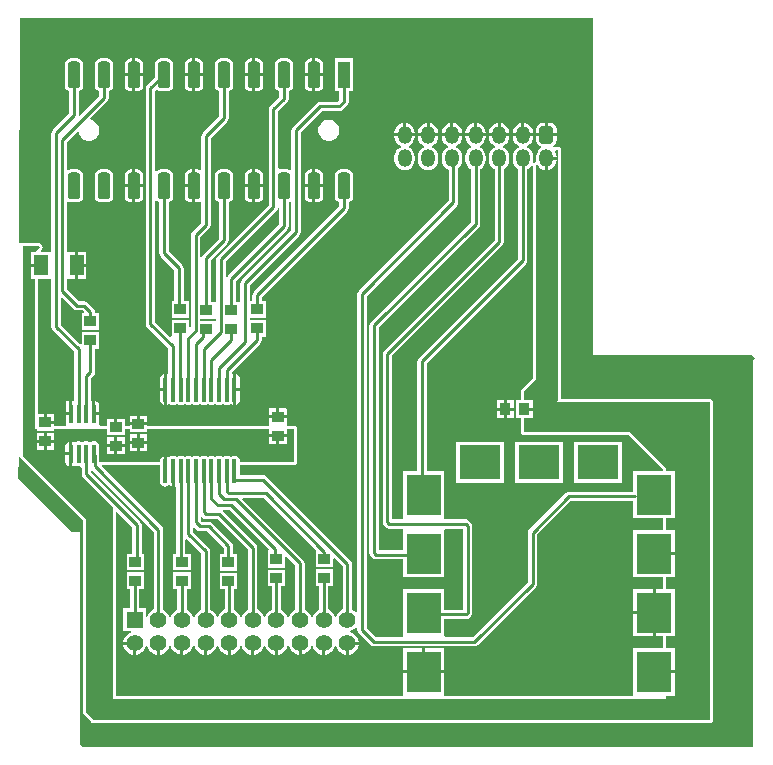
<source format=gbr>
%TF.GenerationSoftware,Altium Limited,Altium Designer,23.5.1 (21)*%
G04 Layer_Physical_Order=2*
G04 Layer_Color=16711680*
%FSLAX45Y45*%
%MOMM*%
%TF.SameCoordinates,246B43F8-C8EE-452E-B3C0-F8779A116AF4*%
%TF.FilePolarity,Positive*%
%TF.FileFunction,Copper,L2,Bot,Signal*%
%TF.Part,Single*%
G01*
G75*
%TA.AperFunction,Conductor*%
%ADD10C,0.25400*%
%TA.AperFunction,ComponentPad*%
%ADD11O,1.20000X1.50000*%
G04:AMPARAMS|DCode=12|XSize=1.5mm|YSize=1.2mm|CornerRadius=0.3mm|HoleSize=0mm|Usage=FLASHONLY|Rotation=90.000|XOffset=0mm|YOffset=0mm|HoleType=Round|Shape=RoundedRectangle|*
%AMROUNDEDRECTD12*
21,1,1.50000,0.60000,0,0,90.0*
21,1,0.90000,1.20000,0,0,90.0*
1,1,0.60000,0.30000,0.45000*
1,1,0.60000,0.30000,-0.45000*
1,1,0.60000,-0.30000,-0.45000*
1,1,0.60000,-0.30000,0.45000*
%
%ADD12ROUNDEDRECTD12*%
%ADD13C,1.40000*%
%ADD14R,1.40000X1.40000*%
%TA.AperFunction,ViaPad*%
%ADD15C,1.27000*%
%TA.AperFunction,SMDPad,CuDef*%
G04:AMPARAMS|DCode=16|XSize=2.286mm|YSize=1.016mm|CornerRadius=0.254mm|HoleSize=0mm|Usage=FLASHONLY|Rotation=90.000|XOffset=0mm|YOffset=0mm|HoleType=Round|Shape=RoundedRectangle|*
%AMROUNDEDRECTD16*
21,1,2.28600,0.50800,0,0,90.0*
21,1,1.77800,1.01600,0,0,90.0*
1,1,0.50800,0.25400,0.88900*
1,1,0.50800,0.25400,-0.88900*
1,1,0.50800,-0.25400,-0.88900*
1,1,0.50800,-0.25400,0.88900*
%
%ADD16ROUNDEDRECTD16*%
%ADD17R,1.01600X2.28600*%
%ADD18R,1.00000X0.90000*%
%ADD19R,0.40000X1.60000*%
G04:AMPARAMS|DCode=20|XSize=1.6mm|YSize=0.4mm|CornerRadius=0.1mm|HoleSize=0mm|Usage=FLASHONLY|Rotation=270.000|XOffset=0mm|YOffset=0mm|HoleType=Round|Shape=RoundedRectangle|*
%AMROUNDEDRECTD20*
21,1,1.60000,0.20000,0,0,270.0*
21,1,1.40000,0.40000,0,0,270.0*
1,1,0.20000,-0.10000,-0.70000*
1,1,0.20000,-0.10000,0.70000*
1,1,0.20000,0.10000,0.70000*
1,1,0.20000,0.10000,-0.70000*
%
%ADD20ROUNDEDRECTD20*%
%ADD21R,0.90000X1.00000*%
%ADD22R,1.15000X1.80000*%
%ADD23R,3.00000X3.50000*%
%ADD24R,3.50000X3.00000*%
%ADD25O,0.40000X2.10000*%
G36*
X4923526Y6295126D02*
X4927600Y6293438D01*
Y3441700D01*
X6273800D01*
X6299200Y3416300D01*
X6286500Y3403600D01*
Y127000D01*
X609600D01*
X584200Y152400D01*
Y1943100D01*
X520700D01*
X63500Y2400300D01*
X64315Y2582948D01*
X77021Y2584171D01*
X77674Y2580889D01*
X83288Y2572488D01*
X134088Y2521688D01*
X609102Y2046673D01*
Y419100D01*
X611074Y409189D01*
X616688Y400788D01*
X680188Y337288D01*
X688589Y331674D01*
X698500Y329702D01*
X5918200D01*
X5928111Y331674D01*
X5936512Y337288D01*
X5942126Y345689D01*
X5944098Y355600D01*
Y3048000D01*
X5942126Y3057911D01*
X5936512Y3066312D01*
X5928111Y3071926D01*
X5918200Y3073898D01*
X4661398D01*
Y5181600D01*
X4659426Y5191511D01*
X4653812Y5199912D01*
X4645411Y5205526D01*
X4635500Y5207498D01*
X4611250D01*
X4607112Y5206675D01*
X4602926Y5206123D01*
X4602181Y5205694D01*
X4601339Y5205526D01*
X4597832Y5203183D01*
X4594175Y5201071D01*
X4589577Y5203463D01*
X4591910Y5216087D01*
X4603541Y5223859D01*
X4615786Y5242184D01*
X4620085Y5263800D01*
Y5296100D01*
X4533600D01*
X4447115D01*
Y5263800D01*
X4451415Y5242184D01*
X4463659Y5223859D01*
X4481984Y5211615D01*
X4486897Y5210638D01*
X4489112Y5203179D01*
X4489051Y5197260D01*
X4472692Y5184708D01*
X4459004Y5166868D01*
X4450398Y5146094D01*
X4447463Y5123800D01*
Y5093800D01*
X4449458Y5078644D01*
X4439947Y5076752D01*
X4437591Y5075776D01*
X4435089Y5075279D01*
X4432969Y5073862D01*
X4430612Y5072885D01*
X4429669Y5071942D01*
X4427944Y5072133D01*
X4418085Y5081251D01*
X4419737Y5093800D01*
Y5123800D01*
X4416802Y5146094D01*
X4408196Y5166868D01*
X4394508Y5184708D01*
X4376668Y5198397D01*
X4368145Y5201927D01*
Y5215673D01*
X4376668Y5219204D01*
X4394508Y5232892D01*
X4408196Y5250732D01*
X4416802Y5271506D01*
X4419737Y5293800D01*
Y5296100D01*
X4333600D01*
X4247463D01*
Y5293800D01*
X4250398Y5271506D01*
X4259003Y5250732D01*
X4272692Y5232892D01*
X4290532Y5219204D01*
X4299054Y5215673D01*
Y5201927D01*
X4290532Y5198397D01*
X4272692Y5184708D01*
X4259003Y5166868D01*
X4250398Y5146094D01*
X4247463Y5123800D01*
Y5093800D01*
X4250398Y5071506D01*
X4259003Y5050732D01*
X4272692Y5032892D01*
X4290532Y5019204D01*
X4294753Y5017455D01*
Y4260791D01*
X3452331Y3418369D01*
X3443911Y3405766D01*
X3440953Y3390900D01*
Y2461700D01*
X3320000D01*
Y2064047D01*
X3320000Y2060900D01*
X3312403Y2051347D01*
X3226365D01*
Y3438127D01*
X4161069Y4372831D01*
X4169490Y4385434D01*
X4172447Y4400300D01*
Y5017455D01*
X4176668Y5019204D01*
X4194508Y5032892D01*
X4208197Y5050732D01*
X4216802Y5071506D01*
X4219737Y5093800D01*
Y5123800D01*
X4216802Y5146094D01*
X4208197Y5166869D01*
X4194508Y5184708D01*
X4176668Y5198397D01*
X4168146Y5201927D01*
X4168146Y5215673D01*
X4176669Y5219203D01*
X4194508Y5232892D01*
X4208197Y5250731D01*
X4216802Y5271506D01*
X4219737Y5293800D01*
Y5296100D01*
X4133600D01*
X4047463D01*
Y5293800D01*
X4050398Y5271506D01*
X4059004Y5250731D01*
X4072692Y5232892D01*
X4090532Y5219203D01*
X4099054Y5215673D01*
X4099054Y5201927D01*
X4090532Y5198397D01*
X4072692Y5184708D01*
X4059004Y5166869D01*
X4050398Y5146094D01*
X4047463Y5123800D01*
Y5093800D01*
X4050398Y5071506D01*
X4059004Y5050732D01*
X4072692Y5032892D01*
X4090532Y5019204D01*
X4094754Y5017455D01*
Y4416391D01*
X3160050Y3481687D01*
X3151629Y3469084D01*
X3148672Y3454218D01*
Y2027379D01*
X3151629Y2012513D01*
X3160050Y1999911D01*
X3174929Y1985032D01*
X3187531Y1976611D01*
X3202397Y1973654D01*
X3318198D01*
X3320000Y1961700D01*
X3320000Y1960953D01*
Y1791447D01*
X3112247D01*
Y3678785D01*
X3961069Y4527606D01*
X3969489Y4540209D01*
X3972446Y4555075D01*
Y5017455D01*
X3976668Y5019204D01*
X3994508Y5032892D01*
X4008196Y5050732D01*
X4016802Y5071506D01*
X4019737Y5093800D01*
Y5123800D01*
X4016802Y5146094D01*
X4008196Y5166869D01*
X3994508Y5184708D01*
X3976668Y5198397D01*
X3968146Y5201927D01*
X3968146Y5215673D01*
X3976668Y5219203D01*
X3994508Y5232892D01*
X4008196Y5250731D01*
X4016802Y5271506D01*
X4019737Y5293800D01*
Y5296100D01*
X3933600D01*
X3847463D01*
Y5293800D01*
X3850398Y5271506D01*
X3859003Y5250731D01*
X3872692Y5232892D01*
X3890531Y5219203D01*
X3899054Y5215673D01*
X3899054Y5201927D01*
X3890532Y5198397D01*
X3872692Y5184708D01*
X3859003Y5166869D01*
X3850398Y5146094D01*
X3847463Y5123800D01*
Y5093800D01*
X3850398Y5071506D01*
X3859003Y5050732D01*
X3872692Y5032892D01*
X3890532Y5019204D01*
X3894753Y5017455D01*
Y4571166D01*
X3045931Y3722344D01*
X3037511Y3709741D01*
X3034553Y3694875D01*
Y1767479D01*
X3037511Y1752613D01*
X3045931Y1740010D01*
X3060810Y1725131D01*
X3073413Y1716711D01*
X3088279Y1713753D01*
X3320000D01*
Y1560900D01*
X3670800D01*
Y1960953D01*
X3670800Y1961700D01*
X3672602Y1973654D01*
X3829199D01*
Y1287446D01*
X3670800D01*
Y1461700D01*
X3320000D01*
Y1067547D01*
X3320000Y1060900D01*
X3309807Y1054847D01*
X3089491D01*
X3010647Y1133691D01*
Y3946309D01*
X3773969Y4709631D01*
X3782389Y4722234D01*
X3785347Y4737100D01*
Y5025863D01*
X3794508Y5032892D01*
X3808196Y5050732D01*
X3816802Y5071506D01*
X3819737Y5093800D01*
Y5123800D01*
X3816802Y5146094D01*
X3808196Y5166869D01*
X3794508Y5184708D01*
X3776668Y5198397D01*
X3768146Y5201927D01*
X3768146Y5215673D01*
X3776668Y5219203D01*
X3794508Y5232892D01*
X3808196Y5250731D01*
X3816802Y5271506D01*
X3819737Y5293800D01*
Y5296100D01*
X3733600D01*
X3647463D01*
Y5293800D01*
X3650398Y5271506D01*
X3659003Y5250731D01*
X3672692Y5232892D01*
X3690531Y5219203D01*
X3699054Y5215673D01*
X3699054Y5201927D01*
X3690532Y5198397D01*
X3672692Y5184708D01*
X3659003Y5166869D01*
X3650398Y5146094D01*
X3647463Y5123800D01*
Y5093800D01*
X3650398Y5071506D01*
X3659003Y5050732D01*
X3672692Y5032892D01*
X3690532Y5019204D01*
X3707653Y5012111D01*
Y4753191D01*
X2944331Y3989869D01*
X2935911Y3977266D01*
X2932953Y3962400D01*
Y1271123D01*
X2920253Y1265863D01*
X2906477Y1279639D01*
X2886747Y1291030D01*
Y1673581D01*
X2883790Y1688447D01*
X2875369Y1701050D01*
X2159550Y2416868D01*
X2146948Y2425289D01*
X2132082Y2428246D01*
X1938990D01*
Y2512602D01*
X2398800D01*
X2408710Y2514574D01*
X2417112Y2520187D01*
X2418612Y2521688D01*
X2424226Y2530089D01*
X2426198Y2540000D01*
Y2819400D01*
X2424226Y2829311D01*
X2418612Y2837712D01*
X2410211Y2843326D01*
X2400300Y2845298D01*
X2346504D01*
X2336000Y2850600D01*
X2336000Y2857998D01*
Y2908300D01*
X2260600D01*
X2185200D01*
Y2857998D01*
X2185200Y2850600D01*
X2174696Y2845298D01*
X1154900D01*
Y2848600D01*
X1079500D01*
X1004100D01*
Y2845298D01*
X964400D01*
Y2906300D01*
X901700D01*
Y2835900D01*
X876300D01*
Y2906300D01*
X813600D01*
Y2845298D01*
X750068D01*
X743279Y2857998D01*
X746346Y2862588D01*
X749094Y2876400D01*
Y2933700D01*
X703000D01*
Y2946400D01*
X690300D01*
Y3051956D01*
X686547Y3051210D01*
X673847Y3060288D01*
Y3247809D01*
X700569Y3274531D01*
X708989Y3287134D01*
X711947Y3302000D01*
Y3498300D01*
X748500D01*
Y3639100D01*
X597700D01*
Y3537831D01*
X585967Y3532971D01*
X419847Y3699091D01*
Y3928223D01*
X431580Y3933083D01*
X531331Y3833331D01*
X543934Y3824911D01*
X558800Y3821953D01*
X606209D01*
X617330Y3810833D01*
X612469Y3799100D01*
X597700D01*
Y3658300D01*
X748500D01*
Y3799100D01*
X711947D01*
Y3810000D01*
X708989Y3824866D01*
X700569Y3837469D01*
X649769Y3888269D01*
X637166Y3896689D01*
X622300Y3899647D01*
X574891D01*
X470647Y4003891D01*
Y4076782D01*
X473500Y4088300D01*
X483347Y4088300D01*
X543700D01*
Y4203700D01*
Y4319100D01*
X473500Y4319100D01*
X470647Y4330618D01*
Y4736488D01*
X483347Y4743276D01*
X488179Y4740047D01*
X508000Y4736105D01*
X558800D01*
X578621Y4740047D01*
X595425Y4751275D01*
X606653Y4768079D01*
X610595Y4787900D01*
Y4965700D01*
X606653Y4985521D01*
X595425Y5002325D01*
X578621Y5013553D01*
X558800Y5017495D01*
X508000D01*
X488179Y5013553D01*
X483347Y5010324D01*
X470647Y5017112D01*
Y5245693D01*
X559622Y5334669D01*
X572855Y5329941D01*
X577558Y5312386D01*
X589262Y5292114D01*
X605814Y5275562D01*
X626086Y5263858D01*
X648696Y5257800D01*
X672104D01*
X694714Y5263858D01*
X714986Y5275562D01*
X731538Y5292114D01*
X743242Y5312386D01*
X749300Y5334996D01*
Y5358404D01*
X743242Y5381014D01*
X731538Y5401286D01*
X714986Y5417838D01*
X694714Y5429542D01*
X677159Y5434245D01*
X672431Y5447478D01*
X814869Y5589915D01*
X823289Y5602518D01*
X826247Y5617384D01*
Y5678579D01*
X832621Y5679847D01*
X849425Y5691075D01*
X860653Y5707879D01*
X864595Y5727700D01*
Y5905500D01*
X860653Y5925321D01*
X849425Y5942125D01*
X832621Y5953353D01*
X812800Y5957295D01*
X762000D01*
X742179Y5953353D01*
X725375Y5942125D01*
X714147Y5925321D01*
X710205Y5905500D01*
Y5727700D01*
X714147Y5707879D01*
X725375Y5691075D01*
X742179Y5679847D01*
X748553Y5678579D01*
Y5633475D01*
X584306Y5469227D01*
X575592Y5472459D01*
X572247Y5475128D01*
Y5678579D01*
X578621Y5679847D01*
X595425Y5691075D01*
X606653Y5707879D01*
X610595Y5727700D01*
Y5905500D01*
X606653Y5925321D01*
X595425Y5942125D01*
X578621Y5953353D01*
X558800Y5957295D01*
X508000D01*
X488179Y5953353D01*
X471375Y5942125D01*
X460147Y5925321D01*
X456205Y5905500D01*
Y5727700D01*
X460147Y5707879D01*
X471375Y5691075D01*
X488179Y5679847D01*
X494553Y5678579D01*
Y5489791D01*
X353531Y5348769D01*
X345111Y5336166D01*
X342153Y5321300D01*
Y4330618D01*
X339300Y4319100D01*
X257518D01*
X252658Y4330833D01*
X260579Y4338754D01*
X266193Y4347156D01*
X268164Y4357067D01*
X266193Y4366977D01*
X261333Y4378710D01*
X261333Y4378711D01*
X255719Y4387112D01*
X247317Y4392727D01*
X237406Y4394698D01*
X101600D01*
X91689Y4392726D01*
X85076Y4388307D01*
X77921Y4390348D01*
X72400Y4393677D01*
X80889Y6295126D01*
X4923526D01*
D02*
G37*
G36*
X4635500Y3060700D02*
X4622800Y3048000D01*
X5918200D01*
Y355600D01*
X698500D01*
X635000Y419100D01*
Y2057400D01*
X152400Y2540000D01*
D01*
X101600Y2590800D01*
Y4368800D01*
X237406D01*
X242267Y4357067D01*
X204300Y4319100D01*
X173500D01*
Y4216400D01*
X256400D01*
Y4191000D01*
X173500D01*
Y4088300D01*
X203200D01*
Y2819400D01*
X216700D01*
Y2803600D01*
X367500D01*
Y2819400D01*
X813600D01*
Y2765500D01*
X964400D01*
Y2819400D01*
X1004100D01*
Y2790900D01*
X1154900D01*
Y2819400D01*
X2185200D01*
Y2773701D01*
X2260600D01*
X2336000D01*
Y2819400D01*
X2400300D01*
Y2540000D01*
X2398800Y2538500D01*
X1938990D01*
Y2546700D01*
X1935466Y2564414D01*
X1925432Y2579432D01*
X1910414Y2589466D01*
X1892700Y2592989D01*
X1874986Y2589466D01*
X1860200Y2579586D01*
X1845414Y2589466D01*
X1827700Y2592989D01*
X1809986Y2589466D01*
X1795200Y2579587D01*
X1780414Y2589466D01*
X1762700Y2592989D01*
X1744986Y2589466D01*
X1730200Y2579586D01*
X1715414Y2589466D01*
X1697700Y2592989D01*
X1679986Y2589466D01*
X1665200Y2579587D01*
X1650414Y2589466D01*
X1632700Y2592989D01*
X1614986Y2589466D01*
X1600200Y2579586D01*
X1585414Y2589466D01*
X1567700Y2592989D01*
X1549986Y2589466D01*
X1535200Y2579587D01*
X1520414Y2589466D01*
X1502700Y2592989D01*
X1484986Y2589466D01*
X1470200Y2579586D01*
X1455414Y2589466D01*
X1437700Y2592989D01*
X1419986Y2589466D01*
X1405200Y2579587D01*
X1390414Y2589466D01*
X1372700Y2592989D01*
X1354986Y2589466D01*
X1340200Y2579586D01*
X1325414Y2589466D01*
X1320400Y2590463D01*
Y2461700D01*
X1295000D01*
Y2590463D01*
X1289986Y2589466D01*
X1274968Y2579432D01*
X1264934Y2564414D01*
X1261410Y2546700D01*
Y2538500D01*
X749147D01*
Y2599100D01*
X749094Y2599367D01*
Y2676400D01*
X746346Y2690212D01*
X738522Y2701922D01*
X726813Y2709746D01*
X713000Y2712493D01*
X693000D01*
X679188Y2709746D01*
X670500Y2703941D01*
X661812Y2709746D01*
X648000Y2712493D01*
X628000D01*
X614188Y2709746D01*
X605500Y2703941D01*
X596812Y2709746D01*
X583000Y2712493D01*
X563000D01*
X549188Y2709746D01*
X540500Y2703941D01*
X531812Y2709746D01*
X520700Y2711956D01*
Y2606400D01*
Y2500844D01*
X531812Y2503054D01*
X540500Y2508859D01*
X549188Y2503054D01*
X563000Y2500307D01*
X583000D01*
X586453Y2500994D01*
X599154Y2490571D01*
Y2435400D01*
X602111Y2420534D01*
X610532Y2407931D01*
X863600Y2154863D01*
Y533400D01*
X5549900D01*
Y560900D01*
X5620800D01*
Y748600D01*
X5445400D01*
Y774000D01*
X5620800D01*
Y961700D01*
X5549900D01*
Y1060900D01*
X5620800D01*
Y1461700D01*
X5549900D01*
Y1560900D01*
X5620800D01*
Y1748600D01*
X5445400D01*
Y1774000D01*
X5620800D01*
Y1961700D01*
X5549900D01*
Y2060900D01*
X5620800D01*
Y2461700D01*
X5549900D01*
Y2489200D01*
X5245100Y2794000D01*
X4343400D01*
Y2909100D01*
X4417600D01*
Y2971800D01*
X4347200D01*
Y2997200D01*
X4417600D01*
Y3059900D01*
X4343400D01*
Y3136900D01*
X4445000Y3238500D01*
Y5016500D01*
Y5051352D01*
X4457700Y5053879D01*
X4459004Y5050732D01*
X4472692Y5032892D01*
X4490532Y5019204D01*
X4511306Y5010598D01*
X4520900Y5009335D01*
Y5108800D01*
X4533600D01*
Y5121500D01*
X4619737D01*
Y5123800D01*
X4616802Y5146094D01*
X4608197Y5166868D01*
X4605633Y5170210D01*
X4611250Y5181600D01*
X4635500D01*
Y3060700D01*
D02*
G37*
G36*
X339300Y4088300D02*
X342153Y4076782D01*
Y3683000D01*
X345111Y3668134D01*
X353531Y3655531D01*
X534154Y3474909D01*
Y3051800D01*
X520700D01*
Y2946400D01*
X508000D01*
Y2933700D01*
X462600D01*
Y2845298D01*
X367500D01*
Y2861300D01*
X292100D01*
Y2874000D01*
X279400D01*
Y2944400D01*
X229098D01*
Y4088300D01*
X339300D01*
D02*
G37*
G36*
X1209053Y1949110D02*
Y1291030D01*
X1189322Y1279639D01*
X1171561Y1261877D01*
X1159001Y1240123D01*
X1155999Y1228921D01*
X1143299Y1230592D01*
Y1298700D01*
X1086746D01*
Y1462500D01*
X1129500D01*
Y1603300D01*
X978700D01*
Y1462500D01*
X1009053D01*
Y1298700D01*
X952499D01*
Y1107900D01*
X1020607D01*
X1022279Y1095200D01*
X1011076Y1092198D01*
X989322Y1079639D01*
X971560Y1061877D01*
X959001Y1040123D01*
X952537Y1016000D01*
X1047899D01*
Y1003300D01*
X1060599D01*
Y907938D01*
X1084722Y914402D01*
X1106476Y926961D01*
X1124238Y944723D01*
X1136798Y966477D01*
X1141325Y983374D01*
X1154473D01*
X1159001Y966477D01*
X1171561Y944723D01*
X1189322Y926961D01*
X1211077Y914402D01*
X1235199Y907938D01*
Y1003300D01*
X1260599D01*
Y907938D01*
X1284722Y914402D01*
X1306476Y926961D01*
X1324238Y944723D01*
X1336798Y966477D01*
X1341325Y983374D01*
X1354474D01*
X1359001Y966477D01*
X1371561Y944723D01*
X1389323Y926961D01*
X1411077Y914402D01*
X1435200Y907938D01*
Y1003300D01*
X1460600D01*
Y907938D01*
X1484722Y914402D01*
X1506477Y926961D01*
X1524239Y944723D01*
X1536798Y966477D01*
X1541326Y983374D01*
X1554474D01*
X1559001Y966477D01*
X1571561Y944723D01*
X1589323Y926961D01*
X1611077Y914402D01*
X1635200Y907938D01*
Y1003300D01*
X1660600D01*
Y907938D01*
X1684723Y914402D01*
X1706477Y926961D01*
X1724239Y944723D01*
X1736798Y966477D01*
X1741326Y983374D01*
X1754474D01*
X1759001Y966477D01*
X1771561Y944723D01*
X1789323Y926961D01*
X1811077Y914402D01*
X1835200Y907938D01*
Y1003300D01*
X1860600D01*
Y907938D01*
X1884723Y914402D01*
X1906477Y926961D01*
X1924239Y944723D01*
X1936798Y966477D01*
X1941326Y983374D01*
X1954474D01*
X1959001Y966477D01*
X1971561Y944723D01*
X1989323Y926961D01*
X2011077Y914402D01*
X2035200Y907938D01*
Y1003300D01*
X2060600D01*
Y907938D01*
X2084723Y914402D01*
X2106477Y926961D01*
X2124239Y944723D01*
X2136798Y966477D01*
X2141326Y983374D01*
X2154474D01*
X2159002Y966477D01*
X2171561Y944723D01*
X2189323Y926961D01*
X2211077Y914402D01*
X2235200Y907938D01*
Y1003300D01*
X2260600D01*
Y907938D01*
X2284723Y914402D01*
X2306477Y926961D01*
X2324239Y944723D01*
X2336798Y966477D01*
X2341326Y983374D01*
X2354474D01*
X2359002Y966477D01*
X2371561Y944723D01*
X2389323Y926961D01*
X2411077Y914402D01*
X2435200Y907938D01*
Y1003300D01*
X2460600D01*
Y907938D01*
X2484723Y914402D01*
X2506477Y926961D01*
X2524239Y944723D01*
X2536799Y966477D01*
X2541326Y983374D01*
X2554474D01*
X2559002Y966477D01*
X2571561Y944723D01*
X2589323Y926961D01*
X2611077Y914402D01*
X2635200Y907938D01*
Y1003300D01*
X2660600D01*
Y907938D01*
X2684723Y914402D01*
X2706477Y926961D01*
X2724239Y944723D01*
X2736799Y966477D01*
X2741326Y983374D01*
X2754474D01*
X2759002Y966477D01*
X2771561Y944723D01*
X2789323Y926961D01*
X2811077Y914402D01*
X2835200Y907938D01*
Y1003300D01*
X2847900D01*
Y1016000D01*
X2943263D01*
X2936799Y1040123D01*
X2924239Y1061877D01*
X2906477Y1079639D01*
X2884723Y1092198D01*
X2867826Y1096726D01*
Y1109874D01*
X2884723Y1114402D01*
X2906477Y1126961D01*
X2920253Y1140737D01*
X2932953Y1135477D01*
Y1117600D01*
X2935911Y1102734D01*
X2944331Y1090131D01*
X3045931Y988531D01*
X3058534Y980111D01*
X3073400Y977153D01*
X3924300D01*
X3939166Y980111D01*
X3951769Y988531D01*
X4443818Y1480581D01*
X4452239Y1493184D01*
X4455196Y1508050D01*
Y1924359D01*
X4740590Y2209754D01*
X5270000D01*
Y2060900D01*
X5524002D01*
Y1961700D01*
X5270000D01*
Y1560900D01*
X5524002D01*
Y1461700D01*
X5458100D01*
Y1261300D01*
Y1060900D01*
X5524002D01*
Y961700D01*
X5270000D01*
Y560900D01*
X5257964Y559298D01*
X3682836D01*
X3670800Y560900D01*
X3670800Y571998D01*
Y748600D01*
X3320000D01*
Y571998D01*
X3320000Y560900D01*
X3307964Y559298D01*
X889498D01*
Y2112372D01*
X901231Y2117232D01*
X1027953Y1990509D01*
Y1763300D01*
X978700D01*
Y1622500D01*
X1129500D01*
Y1763300D01*
X1105647D01*
Y2006600D01*
X1102689Y2021466D01*
X1094269Y2034069D01*
X676847Y2451490D01*
Y2463355D01*
X689547Y2468616D01*
X1209053Y1949110D01*
D02*
G37*
G36*
X1625710Y2068031D02*
X1638313Y2059611D01*
X1653179Y2056653D01*
X1749209D01*
X2009053Y1796809D01*
Y1291030D01*
X1989323Y1279639D01*
X1971561Y1261877D01*
X1959001Y1240123D01*
X1954474Y1223226D01*
X1941326D01*
X1936798Y1240123D01*
X1924239Y1261877D01*
X1906477Y1279639D01*
X1886746Y1291030D01*
Y1458700D01*
X1916900D01*
Y1599500D01*
X1766100D01*
Y1458700D01*
X1809053D01*
Y1291030D01*
X1789323Y1279639D01*
X1771561Y1261877D01*
X1759001Y1240123D01*
X1754474Y1223226D01*
X1741326D01*
X1736798Y1240123D01*
X1724239Y1261877D01*
X1706477Y1279639D01*
X1686746Y1291030D01*
Y1781100D01*
X1683789Y1795966D01*
X1675368Y1808569D01*
X1541547Y1942391D01*
Y1981023D01*
X1553280Y1985883D01*
X1572731Y1966431D01*
X1585334Y1958011D01*
X1600200Y1955053D01*
X1660309D01*
X1802653Y1812709D01*
Y1759500D01*
X1766100D01*
Y1618700D01*
X1916900D01*
Y1759500D01*
X1880347D01*
Y1828800D01*
X1877389Y1843666D01*
X1868969Y1856269D01*
X1703869Y2021369D01*
X1691266Y2029789D01*
X1676400Y2032747D01*
X1616291D01*
X1606546Y2042491D01*
Y2070602D01*
X1618280Y2075462D01*
X1625710Y2068031D01*
D02*
G37*
G36*
X1261410Y2376700D02*
X1264934Y2358986D01*
X1274968Y2343968D01*
X1289986Y2333934D01*
X1307700Y2330410D01*
X1325414Y2333934D01*
X1340200Y2343813D01*
X1354986Y2333934D01*
X1360000Y2332936D01*
Y2461700D01*
X1385400D01*
Y2332936D01*
X1386153Y2333086D01*
X1398853Y2325461D01*
Y1763300D01*
X1372400D01*
Y1622500D01*
X1523200D01*
Y1763300D01*
X1476546D01*
Y1880923D01*
X1488280Y1885783D01*
X1609053Y1765010D01*
Y1291030D01*
X1589323Y1279639D01*
X1571561Y1261877D01*
X1559001Y1240123D01*
X1554474Y1223226D01*
X1541326D01*
X1536798Y1240123D01*
X1524239Y1261877D01*
X1506477Y1279639D01*
X1486746Y1291030D01*
Y1462500D01*
X1523200D01*
Y1603300D01*
X1372400D01*
Y1462500D01*
X1409053D01*
Y1291030D01*
X1389323Y1279639D01*
X1371561Y1261877D01*
X1359001Y1240123D01*
X1354474Y1223226D01*
X1341325D01*
X1336798Y1240123D01*
X1324238Y1261877D01*
X1306476Y1279639D01*
X1286746Y1291030D01*
Y1965201D01*
X1283789Y1980066D01*
X1275368Y1992669D01*
X767168Y2500869D01*
X772028Y2512602D01*
X1261410D01*
Y2376700D01*
D02*
G37*
G36*
X2581759Y1795603D02*
X2578900Y1788699D01*
X2578900D01*
Y1647900D01*
X2729700D01*
Y1720251D01*
X2741433Y1725111D01*
X2809054Y1657491D01*
Y1291030D01*
X2789323Y1279639D01*
X2771561Y1261877D01*
X2759002Y1240123D01*
X2754474Y1223226D01*
X2741326D01*
X2736799Y1240123D01*
X2724239Y1261877D01*
X2706477Y1279639D01*
X2686747Y1291030D01*
Y1487900D01*
X2729700D01*
Y1628700D01*
X2578900D01*
Y1487900D01*
X2609054D01*
Y1291030D01*
X2589323Y1279639D01*
X2571561Y1261877D01*
X2559002Y1240123D01*
X2554474Y1223226D01*
X2541326D01*
X2536799Y1240123D01*
X2524239Y1261877D01*
X2506477Y1279639D01*
X2486747Y1291030D01*
Y1679600D01*
X2483790Y1694466D01*
X2475369Y1707068D01*
X1959717Y2222720D01*
X1964577Y2234453D01*
X2142909D01*
X2581759Y1795603D01*
D02*
G37*
G36*
X2186063Y1797600D02*
X2180802Y1784900D01*
X2172500D01*
Y1644100D01*
X2323300D01*
Y1732669D01*
X2335033Y1737530D01*
X2409054Y1663509D01*
Y1291030D01*
X2389323Y1279639D01*
X2371561Y1261877D01*
X2359002Y1240123D01*
X2354474Y1223226D01*
X2341326D01*
X2336798Y1240123D01*
X2324239Y1261877D01*
X2306477Y1279639D01*
X2286747Y1291030D01*
Y1484100D01*
X2323300D01*
Y1624900D01*
X2172500D01*
Y1484100D01*
X2209053D01*
Y1291030D01*
X2189323Y1279639D01*
X2171561Y1261877D01*
X2159002Y1240123D01*
X2154474Y1223226D01*
X2141326D01*
X2136798Y1240123D01*
X2124239Y1261877D01*
X2106477Y1279639D01*
X2086746Y1291030D01*
Y1812900D01*
X2083789Y1827766D01*
X2075368Y1840369D01*
X1795584Y2120153D01*
X1799065Y2131260D01*
X1800275Y2132853D01*
X1850809D01*
X2186063Y1797600D01*
D02*
G37*
G36*
X4416007Y5046659D02*
X4419102Y5045044D01*
Y5016500D01*
Y3249227D01*
X4325088Y3155212D01*
X4319474Y3146811D01*
X4317502Y3136900D01*
Y3059900D01*
X4276800D01*
Y2909100D01*
X4317502D01*
Y2794000D01*
X4319474Y2784089D01*
X4325088Y2775688D01*
X4333489Y2770074D01*
X4343400Y2768102D01*
X5234373D01*
X5524002Y2478473D01*
Y2461700D01*
X5270000D01*
Y2287447D01*
X4724500D01*
X4709634Y2284489D01*
X4697031Y2276069D01*
X4388881Y1967919D01*
X4380460Y1955316D01*
X4377503Y1940450D01*
Y1524140D01*
X3908209Y1054847D01*
X3680993D01*
X3670800Y1060900D01*
X3670800Y1067547D01*
Y1209753D01*
X3853166D01*
X3868032Y1212711D01*
X3880635Y1221131D01*
X3895514Y1236010D01*
X3903935Y1248613D01*
X3906892Y1263479D01*
Y1997621D01*
X3903935Y2012487D01*
X3895514Y2025090D01*
X3880635Y2039969D01*
X3868032Y2048390D01*
X3853166Y2051347D01*
X3678397D01*
X3670800Y2060900D01*
X3670800Y2064047D01*
Y2461700D01*
X3518647D01*
Y3374809D01*
X4361069Y4217231D01*
X4369489Y4229834D01*
X4372446Y4244700D01*
Y5017455D01*
X4376668Y5019204D01*
X4394508Y5032892D01*
X4406402Y5048394D01*
X4416007Y5046659D01*
D02*
G37*
%LPC*%
G36*
X2590800Y5957295D02*
X2578100D01*
Y5829300D01*
X2642595D01*
Y5905500D01*
X2638653Y5925321D01*
X2627425Y5942125D01*
X2610621Y5953353D01*
X2590800Y5957295D01*
D02*
G37*
G36*
X2082800D02*
X2070100D01*
Y5829300D01*
X2134595D01*
Y5905500D01*
X2130653Y5925321D01*
X2119425Y5942125D01*
X2102621Y5953353D01*
X2082800Y5957295D01*
D02*
G37*
G36*
X1574800D02*
X1562100D01*
Y5829300D01*
X1626595D01*
Y5905500D01*
X1622653Y5925321D01*
X1611425Y5942125D01*
X1594621Y5953353D01*
X1574800Y5957295D01*
D02*
G37*
G36*
X1066800D02*
X1054100D01*
Y5829300D01*
X1118595D01*
Y5905500D01*
X1114653Y5925321D01*
X1103425Y5942125D01*
X1086621Y5953353D01*
X1066800Y5957295D01*
D02*
G37*
G36*
X2552700D02*
X2540000D01*
X2520179Y5953353D01*
X2503375Y5942125D01*
X2492147Y5925321D01*
X2488205Y5905500D01*
Y5829300D01*
X2552700D01*
Y5957295D01*
D02*
G37*
G36*
X2044700D02*
X2032000D01*
X2012179Y5953353D01*
X1995375Y5942125D01*
X1984147Y5925321D01*
X1980205Y5905500D01*
Y5829300D01*
X2044700D01*
Y5957295D01*
D02*
G37*
G36*
X1536700D02*
X1524000D01*
X1504179Y5953353D01*
X1487375Y5942125D01*
X1476147Y5925321D01*
X1472205Y5905500D01*
Y5829300D01*
X1536700D01*
Y5957295D01*
D02*
G37*
G36*
X1028700D02*
X1016000D01*
X996179Y5953353D01*
X979375Y5942125D01*
X968147Y5925321D01*
X964205Y5905500D01*
Y5829300D01*
X1028700D01*
Y5957295D01*
D02*
G37*
G36*
X2642595Y5803900D02*
X2578100D01*
Y5675905D01*
X2590800D01*
X2610621Y5679847D01*
X2627425Y5691075D01*
X2638653Y5707879D01*
X2642595Y5727700D01*
Y5803900D01*
D02*
G37*
G36*
X2552700D02*
X2488205D01*
Y5727700D01*
X2492147Y5707879D01*
X2503375Y5691075D01*
X2520179Y5679847D01*
X2540000Y5675905D01*
X2552700D01*
Y5803900D01*
D02*
G37*
G36*
X2134595D02*
X2070100D01*
Y5675905D01*
X2082800D01*
X2102621Y5679847D01*
X2119425Y5691075D01*
X2130653Y5707879D01*
X2134595Y5727700D01*
Y5803900D01*
D02*
G37*
G36*
X2044700D02*
X1980205D01*
Y5727700D01*
X1984147Y5707879D01*
X1995375Y5691075D01*
X2012179Y5679847D01*
X2032000Y5675905D01*
X2044700D01*
Y5803900D01*
D02*
G37*
G36*
X1626595D02*
X1562100D01*
Y5675905D01*
X1574800D01*
X1594621Y5679847D01*
X1611425Y5691075D01*
X1622653Y5707879D01*
X1626595Y5727700D01*
Y5803900D01*
D02*
G37*
G36*
X1536700D02*
X1472205D01*
Y5727700D01*
X1476147Y5707879D01*
X1487375Y5691075D01*
X1504179Y5679847D01*
X1524000Y5675905D01*
X1536700D01*
Y5803900D01*
D02*
G37*
G36*
X1118595D02*
X1054100D01*
Y5675905D01*
X1066800D01*
X1086621Y5679847D01*
X1103425Y5691075D01*
X1114653Y5707879D01*
X1118595Y5727700D01*
Y5803900D01*
D02*
G37*
G36*
X1028700D02*
X964205D01*
Y5727700D01*
X968147Y5707879D01*
X979375Y5691075D01*
X996179Y5679847D01*
X1016000Y5675905D01*
X1028700D01*
Y5803900D01*
D02*
G37*
G36*
X3346300Y5408265D02*
Y5321500D01*
X3419737D01*
Y5323800D01*
X3416802Y5346094D01*
X3408196Y5366868D01*
X3394508Y5384708D01*
X3376668Y5398396D01*
X3355894Y5407002D01*
X3346300Y5408265D01*
D02*
G37*
G36*
X4346300Y5408265D02*
Y5321500D01*
X4419737D01*
Y5323800D01*
X4416802Y5346094D01*
X4408196Y5366868D01*
X4394508Y5384708D01*
X4376668Y5398397D01*
X4355894Y5407002D01*
X4346300Y5408265D01*
D02*
G37*
G36*
X4320900Y5408265D02*
X4311306Y5407002D01*
X4290532Y5398397D01*
X4272692Y5384708D01*
X4259003Y5366868D01*
X4250398Y5346094D01*
X4247463Y5323800D01*
Y5321500D01*
X4320900D01*
Y5408265D01*
D02*
G37*
G36*
X3320900D02*
X3311306Y5407002D01*
X3290531Y5398396D01*
X3272692Y5384708D01*
X3259003Y5366868D01*
X3250398Y5346094D01*
X3247463Y5323800D01*
Y5321500D01*
X3320900D01*
Y5408265D01*
D02*
G37*
G36*
X4146300Y5408265D02*
Y5321500D01*
X4219737D01*
Y5323800D01*
X4216802Y5346094D01*
X4208197Y5366868D01*
X4194508Y5384708D01*
X4176669Y5398396D01*
X4155894Y5407002D01*
X4146300Y5408265D01*
D02*
G37*
G36*
X3946300D02*
Y5321500D01*
X4019737D01*
Y5323800D01*
X4016802Y5346094D01*
X4008196Y5366868D01*
X3994508Y5384708D01*
X3976668Y5398396D01*
X3955894Y5407002D01*
X3946300Y5408265D01*
D02*
G37*
G36*
X3746300D02*
Y5321500D01*
X3819737D01*
Y5323800D01*
X3816802Y5346094D01*
X3808196Y5366868D01*
X3794508Y5384708D01*
X3776668Y5398396D01*
X3755894Y5407002D01*
X3746300Y5408265D01*
D02*
G37*
G36*
X4120900Y5408265D02*
X4111306Y5407002D01*
X4090532Y5398396D01*
X4072692Y5384708D01*
X4059004Y5366868D01*
X4050398Y5346094D01*
X4047463Y5323800D01*
Y5321500D01*
X4120900D01*
Y5408265D01*
D02*
G37*
G36*
X3920900D02*
X3911306Y5407002D01*
X3890531Y5398396D01*
X3872692Y5384708D01*
X3859003Y5366868D01*
X3850398Y5346094D01*
X3847463Y5323800D01*
Y5321500D01*
X3920900D01*
Y5408265D01*
D02*
G37*
G36*
X3720900D02*
X3711306Y5407002D01*
X3690531Y5398396D01*
X3672692Y5384708D01*
X3659003Y5366868D01*
X3650398Y5346094D01*
X3647463Y5323800D01*
Y5321500D01*
X3720900D01*
Y5408265D01*
D02*
G37*
G36*
X3546301Y5408265D02*
Y5321500D01*
X3619737D01*
Y5323800D01*
X3616802Y5346094D01*
X3608196Y5366868D01*
X3594508Y5384708D01*
X3576668Y5398396D01*
X3555894Y5407002D01*
X3546301Y5408265D01*
D02*
G37*
G36*
X4563600Y5410285D02*
X4546300D01*
Y5321500D01*
X4620085D01*
Y5353800D01*
X4615786Y5375416D01*
X4603541Y5393741D01*
X4585216Y5405986D01*
X4563600Y5410285D01*
D02*
G37*
G36*
X3520901Y5408265D02*
X3511306Y5407002D01*
X3490531Y5398396D01*
X3472692Y5384708D01*
X3459003Y5366868D01*
X3450398Y5346094D01*
X3447463Y5323800D01*
Y5321500D01*
X3520901D01*
Y5408265D01*
D02*
G37*
G36*
X4520900Y5410285D02*
X4503600D01*
X4481984Y5405986D01*
X4463659Y5393741D01*
X4451415Y5375416D01*
X4447115Y5353800D01*
Y5321500D01*
X4520900D01*
Y5410285D01*
D02*
G37*
G36*
X2704104Y5435600D02*
X2680696D01*
X2658086Y5429542D01*
X2637814Y5417838D01*
X2621262Y5401286D01*
X2609558Y5381014D01*
X2603500Y5358404D01*
Y5334996D01*
X2609558Y5312386D01*
X2621262Y5292114D01*
X2637814Y5275562D01*
X2658086Y5263858D01*
X2680696Y5257800D01*
X2704104D01*
X2726714Y5263858D01*
X2746986Y5275562D01*
X2763538Y5292114D01*
X2775242Y5312386D01*
X2781300Y5334996D01*
Y5358404D01*
X2775242Y5381014D01*
X2763538Y5401286D01*
X2746986Y5417838D01*
X2726714Y5429542D01*
X2704104Y5435600D01*
D02*
G37*
G36*
X3619737Y5296100D02*
X3533601D01*
X3447463D01*
Y5293800D01*
X3450398Y5271506D01*
X3459003Y5250732D01*
X3472692Y5232892D01*
X3490531Y5219203D01*
X3499054Y5215673D01*
X3499054Y5201927D01*
X3490532Y5198397D01*
X3472692Y5184708D01*
X3459003Y5166868D01*
X3450398Y5146094D01*
X3447463Y5123800D01*
Y5093800D01*
X3450398Y5071506D01*
X3459003Y5050732D01*
X3472692Y5032892D01*
X3490532Y5019204D01*
X3511306Y5010598D01*
X3533600Y5007663D01*
X3555894Y5010598D01*
X3576668Y5019204D01*
X3594508Y5032892D01*
X3608196Y5050732D01*
X3616802Y5071506D01*
X3619737Y5093800D01*
Y5123800D01*
X3616802Y5146094D01*
X3608196Y5166868D01*
X3594508Y5184708D01*
X3576668Y5198397D01*
X3568146Y5201927D01*
X3568146Y5215673D01*
X3576668Y5219203D01*
X3594508Y5232892D01*
X3608196Y5250732D01*
X3616802Y5271506D01*
X3619737Y5293800D01*
Y5296100D01*
D02*
G37*
G36*
X3419737Y5296100D02*
X3333600D01*
X3247463D01*
Y5293800D01*
X3250398Y5271506D01*
X3259003Y5250732D01*
X3272692Y5232892D01*
X3290531Y5219203D01*
X3299054Y5215673D01*
Y5201927D01*
X3290532Y5198397D01*
X3272692Y5184708D01*
X3259004Y5166869D01*
X3250398Y5146094D01*
X3247463Y5123800D01*
Y5093800D01*
X3250398Y5071506D01*
X3259004Y5050732D01*
X3272692Y5032892D01*
X3290532Y5019204D01*
X3311306Y5010598D01*
X3333600Y5007663D01*
X3355894Y5010598D01*
X3376668Y5019204D01*
X3394508Y5032892D01*
X3408197Y5050732D01*
X3416802Y5071506D01*
X3419737Y5093800D01*
Y5123800D01*
X3416802Y5146094D01*
X3408197Y5166869D01*
X3394508Y5184708D01*
X3376668Y5198397D01*
X3368146Y5201927D01*
Y5215673D01*
X3376668Y5219203D01*
X3394508Y5232892D01*
X3408196Y5250732D01*
X3416802Y5271506D01*
X3419737Y5293800D01*
Y5296100D01*
D02*
G37*
G36*
X2590800Y5017495D02*
X2578100D01*
Y4889500D01*
X2642595D01*
Y4965700D01*
X2638653Y4985521D01*
X2627425Y5002325D01*
X2610621Y5013553D01*
X2590800Y5017495D01*
D02*
G37*
G36*
X2082800D02*
X2070100D01*
Y4889500D01*
X2134595D01*
Y4965700D01*
X2130653Y4985521D01*
X2119425Y5002325D01*
X2102621Y5013553D01*
X2082800Y5017495D01*
D02*
G37*
G36*
X1066800D02*
X1054100D01*
Y4889500D01*
X1118595D01*
Y4965700D01*
X1114653Y4985521D01*
X1103425Y5002325D01*
X1086621Y5013553D01*
X1066800Y5017495D01*
D02*
G37*
G36*
X2552700D02*
X2540000D01*
X2520179Y5013553D01*
X2503375Y5002325D01*
X2492147Y4985521D01*
X2488205Y4965700D01*
Y4889500D01*
X2552700D01*
Y5017495D01*
D02*
G37*
G36*
X2044700D02*
X2032000D01*
X2012179Y5013553D01*
X1995375Y5002325D01*
X1984147Y4985521D01*
X1980205Y4965700D01*
Y4889500D01*
X2044700D01*
Y5017495D01*
D02*
G37*
G36*
X1536700D02*
X1524000D01*
X1504179Y5013553D01*
X1487375Y5002325D01*
X1476147Y4985521D01*
X1472205Y4965700D01*
Y4889500D01*
X1536700D01*
Y5017495D01*
D02*
G37*
G36*
X1028700D02*
X1016000D01*
X996179Y5013553D01*
X979375Y5002325D01*
X968147Y4985521D01*
X964205Y4965700D01*
Y4889500D01*
X1028700D01*
Y5017495D01*
D02*
G37*
G36*
X2642595Y4864100D02*
X2578100D01*
Y4736105D01*
X2590800D01*
X2610621Y4740047D01*
X2627425Y4751275D01*
X2638653Y4768079D01*
X2642595Y4787900D01*
Y4864100D01*
D02*
G37*
G36*
X2552700D02*
X2488205D01*
Y4787900D01*
X2492147Y4768079D01*
X2503375Y4751275D01*
X2520179Y4740047D01*
X2540000Y4736105D01*
X2552700D01*
Y4864100D01*
D02*
G37*
G36*
X2134595D02*
X2070100D01*
Y4736105D01*
X2082800D01*
X2102621Y4740047D01*
X2119425Y4751275D01*
X2130653Y4768079D01*
X2134595Y4787900D01*
Y4864100D01*
D02*
G37*
G36*
X2044700D02*
X1980205D01*
Y4787900D01*
X1984147Y4768079D01*
X1995375Y4751275D01*
X2012179Y4740047D01*
X2032000Y4736105D01*
X2044700D01*
Y4864100D01*
D02*
G37*
G36*
X1536700D02*
X1472205D01*
Y4787900D01*
X1476147Y4768079D01*
X1487375Y4751275D01*
X1504179Y4740047D01*
X1524000Y4736105D01*
X1536700D01*
Y4864100D01*
D02*
G37*
G36*
X1118595D02*
X1054100D01*
Y4736105D01*
X1066800D01*
X1086621Y4740047D01*
X1103425Y4751275D01*
X1114653Y4768079D01*
X1118595Y4787900D01*
Y4864100D01*
D02*
G37*
G36*
X1028700D02*
X964205D01*
Y4787900D01*
X968147Y4768079D01*
X979375Y4751275D01*
X996179Y4740047D01*
X1016000Y4736105D01*
X1028700D01*
Y4864100D01*
D02*
G37*
G36*
X812800Y5017495D02*
X762000D01*
X742179Y5013553D01*
X725375Y5002325D01*
X714147Y4985521D01*
X710205Y4965700D01*
Y4787900D01*
X714147Y4768079D01*
X725375Y4751275D01*
X742179Y4740047D01*
X762000Y4736105D01*
X812800D01*
X832621Y4740047D01*
X849425Y4751275D01*
X860653Y4768079D01*
X864595Y4787900D01*
Y4965700D01*
X860653Y4985521D01*
X849425Y5002325D01*
X832621Y5013553D01*
X812800Y5017495D01*
D02*
G37*
G36*
X569100Y4319100D02*
Y4216400D01*
X639300D01*
Y4319100D01*
X569100D01*
D02*
G37*
G36*
X639300Y4191000D02*
X569100D01*
Y4088300D01*
X639300D01*
Y4191000D01*
D02*
G37*
G36*
X2336800Y5957295D02*
X2286000D01*
X2266179Y5953353D01*
X2249375Y5942125D01*
X2238147Y5925321D01*
X2234205Y5905500D01*
Y5727700D01*
X2238147Y5707879D01*
X2249375Y5691075D01*
X2266179Y5679847D01*
X2272553Y5678579D01*
Y5629491D01*
X2195031Y5551969D01*
X2186611Y5539366D01*
X2183653Y5524500D01*
Y4715091D01*
X1751331Y4282768D01*
X1742910Y4270166D01*
X1739953Y4255300D01*
Y3668881D01*
X1739100Y3668311D01*
X1726400Y3675100D01*
Y3733100D01*
X1601746D01*
Y3752300D01*
X1726400D01*
Y3893100D01*
X1689847D01*
Y4012766D01*
X1692026Y4023721D01*
X1689847Y4034676D01*
Y4245243D01*
X1830869Y4386265D01*
X1839289Y4398868D01*
X1842247Y4413733D01*
Y4738779D01*
X1848621Y4740047D01*
X1865425Y4751275D01*
X1876653Y4768079D01*
X1880595Y4787900D01*
Y4965700D01*
X1876653Y4985521D01*
X1865425Y5002325D01*
X1848621Y5013553D01*
X1828800Y5017495D01*
X1778000D01*
X1758179Y5013553D01*
X1741375Y5002325D01*
X1730147Y4985521D01*
X1726205Y4965700D01*
Y4787900D01*
X1730147Y4768079D01*
X1741375Y4751275D01*
X1758179Y4740047D01*
X1764553Y4738779D01*
Y4429824D01*
X1623531Y4288802D01*
X1615111Y4276199D01*
X1614446Y4272860D01*
X1601746Y4274111D01*
Y4442409D01*
X1678469Y4519131D01*
X1686889Y4531734D01*
X1689847Y4546600D01*
Y5279809D01*
X1830869Y5420831D01*
X1839289Y5433434D01*
X1842247Y5448300D01*
Y5678579D01*
X1848621Y5679847D01*
X1865425Y5691075D01*
X1876653Y5707879D01*
X1880595Y5727700D01*
Y5905500D01*
X1876653Y5925321D01*
X1865425Y5942125D01*
X1848621Y5953353D01*
X1828800Y5957295D01*
X1778000D01*
X1758179Y5953353D01*
X1741375Y5942125D01*
X1730147Y5925321D01*
X1726205Y5905500D01*
Y5727700D01*
X1730147Y5707879D01*
X1741375Y5691075D01*
X1758179Y5679847D01*
X1764553Y5678579D01*
Y5464391D01*
X1623531Y5323369D01*
X1615111Y5310766D01*
X1612153Y5295900D01*
Y5017112D01*
X1599453Y5010324D01*
X1594621Y5013553D01*
X1574800Y5017495D01*
X1562100D01*
Y4876800D01*
Y4736105D01*
X1574800D01*
X1594621Y4740047D01*
X1599453Y4743276D01*
X1612153Y4736488D01*
Y4562691D01*
X1535431Y4485968D01*
X1527010Y4473366D01*
X1524053Y4458500D01*
Y3676481D01*
X1523200Y3675911D01*
X1510500Y3682700D01*
Y3740700D01*
X1359700D01*
Y3612326D01*
X1359700Y3607773D01*
X1348765Y3598155D01*
X1345859Y3598296D01*
X1219947Y3724209D01*
Y4748513D01*
X1232647Y4752366D01*
X1233375Y4751275D01*
X1250179Y4740047D01*
X1256553Y4738779D01*
Y4305300D01*
X1259511Y4290434D01*
X1267931Y4277831D01*
X1383553Y4162209D01*
Y3900700D01*
X1359700D01*
Y3759900D01*
X1510500D01*
Y3900700D01*
X1461247D01*
Y4178300D01*
X1458289Y4193166D01*
X1449869Y4205769D01*
X1334247Y4321391D01*
Y4738779D01*
X1340621Y4740047D01*
X1357425Y4751275D01*
X1368653Y4768079D01*
X1372595Y4787900D01*
Y4965700D01*
X1368653Y4985521D01*
X1357425Y5002325D01*
X1340621Y5013553D01*
X1320800Y5017495D01*
X1270000D01*
X1250179Y5013553D01*
X1233375Y5002325D01*
X1232647Y5001234D01*
X1219947Y5005087D01*
Y5681550D01*
X1230514Y5691357D01*
X1233375Y5691075D01*
X1250179Y5679847D01*
X1270000Y5675905D01*
X1320800D01*
X1340621Y5679847D01*
X1357425Y5691075D01*
X1368653Y5707879D01*
X1372595Y5727700D01*
Y5905500D01*
X1368653Y5925321D01*
X1357425Y5942125D01*
X1340621Y5953353D01*
X1320800Y5957295D01*
X1270000D01*
X1250179Y5953353D01*
X1233375Y5942125D01*
X1222147Y5925321D01*
X1218205Y5905500D01*
Y5794342D01*
X1153631Y5729769D01*
X1145211Y5717166D01*
X1142253Y5702300D01*
Y3708118D01*
X1145211Y3693252D01*
X1153631Y3680649D01*
X1333854Y3500427D01*
Y3287939D01*
X1321153Y3280313D01*
X1320400Y3280463D01*
Y3151700D01*
Y3022936D01*
X1325414Y3023934D01*
X1340200Y3033813D01*
X1354986Y3023934D01*
X1372700Y3020410D01*
X1390414Y3023934D01*
X1405200Y3033813D01*
X1419986Y3023934D01*
X1437700Y3020410D01*
X1455414Y3023934D01*
X1470200Y3033813D01*
X1484986Y3023934D01*
X1502700Y3020410D01*
X1520414Y3023934D01*
X1535200Y3033813D01*
X1549986Y3023934D01*
X1567700Y3020410D01*
X1585414Y3023934D01*
X1600200Y3033813D01*
X1614986Y3023934D01*
X1632700Y3020410D01*
X1650414Y3023934D01*
X1665200Y3033813D01*
X1679986Y3023934D01*
X1697700Y3020410D01*
X1715414Y3023934D01*
X1730200Y3033813D01*
X1744986Y3023934D01*
X1762700Y3020410D01*
X1780414Y3023934D01*
X1795200Y3033813D01*
X1809986Y3023934D01*
X1827700Y3020410D01*
X1845414Y3023934D01*
X1860200Y3033813D01*
X1874986Y3023934D01*
X1880001Y3022936D01*
Y3151700D01*
Y3280602D01*
X1869483Y3287901D01*
X1868541Y3299504D01*
X2110269Y3541231D01*
X2118689Y3553834D01*
X2121647Y3568700D01*
Y3599900D01*
X2158200D01*
Y3740700D01*
X2020047D01*
Y3759900D01*
X2158200D01*
Y3900700D01*
X2121647D01*
Y3933609D01*
X2846869Y4658831D01*
X2855289Y4671434D01*
X2858247Y4686300D01*
Y4738779D01*
X2864621Y4740047D01*
X2881425Y4751275D01*
X2892653Y4768079D01*
X2896595Y4787900D01*
Y4965700D01*
X2892653Y4985521D01*
X2881425Y5002325D01*
X2864621Y5013553D01*
X2844800Y5017495D01*
X2794000D01*
X2774179Y5013553D01*
X2757375Y5002325D01*
X2746147Y4985521D01*
X2742205Y4965700D01*
Y4787900D01*
X2746147Y4768079D01*
X2757375Y4751275D01*
X2774179Y4740047D01*
X2780553Y4738779D01*
Y4702391D01*
X2055331Y3977169D01*
X2046911Y3964566D01*
X2043953Y3949700D01*
Y3900700D01*
X2020047D01*
Y4035210D01*
X2440469Y4455631D01*
X2448889Y4468234D01*
X2451847Y4483100D01*
Y5330609D01*
X2632291Y5511053D01*
X2781300D01*
X2796166Y5514011D01*
X2808769Y5522431D01*
X2846869Y5560531D01*
X2855289Y5573134D01*
X2858247Y5588000D01*
Y5676900D01*
X2895600D01*
Y5956300D01*
X2743200D01*
Y5676900D01*
X2780553D01*
Y5604091D01*
X2765209Y5588747D01*
X2616200D01*
X2601334Y5585789D01*
X2588731Y5577369D01*
X2385531Y5374169D01*
X2377111Y5361566D01*
X2374153Y5346700D01*
Y5017112D01*
X2361453Y5010324D01*
X2356621Y5013553D01*
X2336800Y5017495D01*
X2286000D01*
X2274047Y5015117D01*
X2261347Y5024435D01*
Y5508409D01*
X2338869Y5585931D01*
X2347289Y5598534D01*
X2350247Y5613400D01*
Y5678579D01*
X2356621Y5679847D01*
X2373425Y5691075D01*
X2384653Y5707879D01*
X2388595Y5727700D01*
Y5905500D01*
X2384653Y5925321D01*
X2373425Y5942125D01*
X2356621Y5953353D01*
X2336800Y5957295D01*
D02*
G37*
G36*
X1905401Y3280463D02*
Y3164400D01*
X1938990D01*
Y3236700D01*
X1935466Y3254414D01*
X1925432Y3269432D01*
X1910414Y3279466D01*
X1905401Y3280463D01*
D02*
G37*
G36*
X1295000Y3280463D02*
X1289986Y3279466D01*
X1274968Y3269432D01*
X1264934Y3254414D01*
X1261410Y3236700D01*
Y3164400D01*
X1295000D01*
Y3280463D01*
D02*
G37*
G36*
X1938990Y3139000D02*
X1905401D01*
Y3022937D01*
X1910414Y3023934D01*
X1925432Y3033968D01*
X1935466Y3048986D01*
X1938990Y3066700D01*
Y3139000D01*
D02*
G37*
G36*
X1295000D02*
X1261410D01*
Y3066700D01*
X1264934Y3048986D01*
X1274968Y3033968D01*
X1289986Y3023934D01*
X1295000Y3022936D01*
Y3139000D01*
D02*
G37*
G36*
X715700Y3051956D02*
Y2959100D01*
X749094D01*
Y3016400D01*
X746346Y3030212D01*
X738522Y3041922D01*
X726813Y3049746D01*
X715700Y3051956D01*
D02*
G37*
G36*
X2336000Y2991400D02*
X2273300D01*
Y2933700D01*
X2336000D01*
Y2991400D01*
D02*
G37*
G36*
X2247900D02*
X2185200D01*
Y2933700D01*
X2247900D01*
Y2991400D01*
D02*
G37*
G36*
X1154900Y2931700D02*
X1092200D01*
Y2874000D01*
X1154900D01*
Y2931700D01*
D02*
G37*
G36*
X1066800D02*
X1004100D01*
Y2874000D01*
X1066800D01*
Y2931700D01*
D02*
G37*
%LPD*%
G36*
X2272553Y4690243D02*
Y4549991D01*
X1839431Y4116869D01*
X1831011Y4104266D01*
X1830346Y4100927D01*
X1817646Y4102178D01*
Y4239209D01*
X2249969Y4671531D01*
X2258389Y4684134D01*
X2259853Y4691494D01*
X2272553Y4690243D01*
D02*
G37*
G36*
X2374153Y4736488D02*
Y4499191D01*
X1953732Y4078769D01*
X1945311Y4066166D01*
X1942354Y4051300D01*
Y3905778D01*
X1942300Y3893100D01*
X1905747D01*
Y4073309D01*
X2338869Y4506431D01*
X2347289Y4519034D01*
X2350247Y4533900D01*
Y4738779D01*
X2356621Y4740047D01*
X2361453Y4743276D01*
X2374153Y4736488D01*
D02*
G37*
%LPC*%
G36*
X4619737Y5096100D02*
X4546300D01*
Y5009335D01*
X4555894Y5010598D01*
X4576668Y5019204D01*
X4594508Y5032892D01*
X4608197Y5050732D01*
X4616802Y5071506D01*
X4619737Y5093800D01*
Y5096100D01*
D02*
G37*
G36*
X367500Y2784400D02*
X304800D01*
Y2726700D01*
X367500D01*
Y2784400D01*
D02*
G37*
G36*
X279400D02*
X216700D01*
Y2726700D01*
X279400D01*
Y2784400D01*
D02*
G37*
G36*
X1154900Y2771700D02*
X1092200D01*
Y2714000D01*
X1154900D01*
Y2771700D01*
D02*
G37*
G36*
X1066800D02*
X1004100D01*
Y2714000D01*
X1066800D01*
Y2771700D01*
D02*
G37*
G36*
X2336000Y2748301D02*
X2273300D01*
Y2690600D01*
X2336000D01*
Y2748301D01*
D02*
G37*
G36*
X2247900D02*
X2185200D01*
Y2690600D01*
X2247900D01*
Y2748301D01*
D02*
G37*
G36*
X964400Y2746300D02*
X901700D01*
Y2688600D01*
X964400D01*
Y2746300D01*
D02*
G37*
G36*
X876300D02*
X813600D01*
Y2688600D01*
X876300D01*
Y2746300D01*
D02*
G37*
G36*
X367500Y2701300D02*
X304800D01*
Y2643600D01*
X367500D01*
Y2701300D01*
D02*
G37*
G36*
X279400D02*
X216700D01*
Y2643600D01*
X279400D01*
Y2701300D01*
D02*
G37*
G36*
X1154900Y2688600D02*
X1092200D01*
Y2630900D01*
X1154900D01*
Y2688600D01*
D02*
G37*
G36*
X1066800D02*
X1004100D01*
Y2630900D01*
X1066800D01*
Y2688600D01*
D02*
G37*
G36*
X495300Y2711956D02*
X484188Y2709746D01*
X472478Y2701922D01*
X464654Y2690212D01*
X461907Y2676400D01*
Y2619100D01*
X495300D01*
Y2711956D01*
D02*
G37*
G36*
X964400Y2663200D02*
X901700D01*
Y2605500D01*
X964400D01*
Y2663200D01*
D02*
G37*
G36*
X876300D02*
X813600D01*
Y2605500D01*
X876300D01*
Y2663200D01*
D02*
G37*
G36*
X495300Y2593700D02*
X461907D01*
Y2536400D01*
X464654Y2522588D01*
X472478Y2510878D01*
X484188Y2503054D01*
X495300Y2500844D01*
Y2593700D01*
D02*
G37*
G36*
X495300Y3051800D02*
X462600D01*
Y2959100D01*
X495300D01*
Y3051800D01*
D02*
G37*
G36*
X367500Y2944400D02*
X304800D01*
Y2886700D01*
X367500D01*
Y2944400D01*
D02*
G37*
G36*
X5432700Y1461700D02*
X5270000D01*
Y1274000D01*
X5432700D01*
Y1461700D01*
D02*
G37*
G36*
Y1248600D02*
X5270000D01*
Y1060900D01*
X5432700D01*
Y1248600D01*
D02*
G37*
G36*
X2943263Y990600D02*
X2860600D01*
Y907938D01*
X2884723Y914402D01*
X2906477Y926961D01*
X2924239Y944723D01*
X2936799Y966477D01*
X2943263Y990600D01*
D02*
G37*
G36*
X1035199D02*
X952537D01*
X959001Y966477D01*
X971560Y944723D01*
X989322Y926961D01*
X1011076Y914402D01*
X1035199Y907938D01*
Y990600D01*
D02*
G37*
G36*
X3670800Y961700D02*
X3508100D01*
Y774000D01*
X3670800D01*
Y961700D01*
D02*
G37*
G36*
X3482700D02*
X3320000D01*
Y774000D01*
X3482700D01*
Y961700D01*
D02*
G37*
G36*
X4257600Y3059900D02*
X4199900D01*
Y2997200D01*
X4257600D01*
Y3059900D01*
D02*
G37*
G36*
X4174500D02*
X4116800D01*
Y2997200D01*
X4174500D01*
Y3059900D01*
D02*
G37*
G36*
X4257600Y2971800D02*
X4199900D01*
Y2909100D01*
X4257600D01*
Y2971800D01*
D02*
G37*
G36*
X4174500D02*
X4116800D01*
Y2909100D01*
X4174500D01*
Y2971800D01*
D02*
G37*
G36*
X5170800Y2711700D02*
X4770000D01*
Y2360900D01*
X5170800D01*
Y2711700D01*
D02*
G37*
G36*
X4670800D02*
X4270000D01*
Y2360900D01*
X4670800D01*
Y2711700D01*
D02*
G37*
G36*
X4170800D02*
X3770000D01*
Y2360900D01*
X4170800D01*
Y2711700D01*
D02*
G37*
%LPD*%
D10*
X2336800Y2997200D02*
X2349500Y2984500D01*
X4000500D02*
X4187200D01*
X3868045Y1263479D02*
Y1997621D01*
X3491287Y1259788D02*
X3495400Y1248600D01*
X3073400Y1767479D02*
X3088279Y1752600D01*
X2971800Y1117600D02*
Y3962400D01*
X3187518Y2027379D02*
X3202397Y2012500D01*
X3853166D01*
X3187518Y3454218D02*
X4133600Y4400300D01*
X3073400Y1767479D02*
Y3694875D01*
X3187518Y2027379D02*
Y3454218D01*
X3853166Y2012500D02*
X3868045Y1997621D01*
X3073400Y3694875D02*
X3933600Y4555075D01*
X2971800Y3962400D02*
X3746500Y4737100D01*
X2971800Y1117600D02*
X3073400Y1016000D01*
X3924300D01*
X4416350Y1508050D01*
X4724500Y2248600D02*
X5280300D01*
X3374600Y2391200D02*
X3479800Y2286000D01*
Y3390900D02*
X4333600Y4244700D01*
X3365500Y2286000D02*
Y2391200D01*
X3374600D01*
X3479800Y2286000D02*
Y3390900D01*
X4333600Y4244700D02*
Y5108800D01*
X381000Y3683000D02*
Y5321300D01*
X533400Y5473700D01*
X381000Y3683000D02*
X573000Y3491000D01*
X431800Y3987800D02*
X558800Y3860800D01*
X431800Y3987800D02*
Y5261784D01*
X787400Y5617384D01*
X635000Y3263900D02*
X673100Y3302000D01*
Y3568700D01*
X573000Y2946400D02*
Y3491000D01*
X2082800Y3568700D02*
Y3670300D01*
X1827700Y3313600D02*
X2082800Y3568700D01*
X1981200Y3556000D02*
Y4051300D01*
X1762700Y3337500D02*
X1981200Y3556000D01*
X3486700Y1752600D02*
X3495400Y1761300D01*
X3088279Y1752600D02*
X3486700D01*
X3479800Y2276900D02*
X3495400Y2261300D01*
Y1248600D02*
X3853166D01*
X3868045Y1263479D01*
X4416350Y1508050D02*
Y1940450D01*
X4724500Y2248600D01*
X3746500Y4737100D02*
Y5095900D01*
X4133600Y4400300D02*
Y5108800D01*
X3733600D02*
X3746500Y5095900D01*
X1842579Y2273300D02*
X2159000D01*
X1827700Y2288179D02*
Y2461700D01*
Y2288179D02*
X1842579Y2273300D01*
X1762700Y2267558D02*
Y2461700D01*
X2159000Y2273300D02*
X2654300Y1778000D01*
X1866900Y2171700D02*
X2235200Y1803400D01*
X1754779Y2171700D02*
X1866900D01*
X1899444Y2389400D02*
X2132082D01*
X1892700Y2396144D02*
X1899444Y2389400D01*
X1762700Y2267558D02*
X1807758Y2222500D01*
X1892700Y2396144D02*
Y2461700D01*
X2132082Y2389400D02*
X2847900Y1673581D01*
X1905000Y2222500D02*
X2447900Y1679600D01*
X1807758Y2222500D02*
X1905000D01*
X1697700Y2228779D02*
X1754779Y2171700D01*
X2447900Y1203300D02*
Y1679600D01*
X2235200Y1727200D02*
X2247900Y1714500D01*
X2235200Y1727200D02*
Y1803400D01*
X2654300Y1718300D02*
Y1778000D01*
X2847900Y1203300D02*
Y1673581D01*
X1435100Y3154300D02*
X1437700Y3151700D01*
X1435100Y3154300D02*
Y3670300D01*
X1422400Y3843000D02*
X1435100Y3830300D01*
X1422400Y3843000D02*
Y4178300D01*
X1295400Y4305300D02*
Y4876800D01*
Y4305300D02*
X1422400Y4178300D01*
X1803400Y5448300D02*
Y5816600D01*
X1651000Y4546600D02*
Y5295900D01*
X1803400Y5448300D01*
X1562900Y3649218D02*
Y4458500D01*
X1502700Y3589018D02*
X1562900Y3649218D01*
Y4458500D02*
X1651000Y4546600D01*
X1502700Y3151700D02*
Y3589018D01*
X1651000Y4025900D02*
Y4261333D01*
X1803400Y4413733D01*
X1651000Y4021542D02*
X1653179Y4023721D01*
X1651000Y4025900D02*
X1653179Y4023721D01*
X1651000Y3822700D02*
Y4021542D01*
X1803400Y4413733D02*
Y4876800D01*
X1625600Y3637300D02*
X1651000Y3662700D01*
X1625600Y3594100D02*
Y3637300D01*
X1567700Y3151700D02*
Y3536200D01*
X1625600Y3594100D01*
X1632700Y3495518D02*
X1778800Y3641618D01*
X1632700Y3151700D02*
Y3495518D01*
X2311400Y5613400D02*
Y5816600D01*
X2222500Y5524500D02*
X2311400Y5613400D01*
X2222500Y4699000D02*
Y5524500D01*
X1778800Y4255300D02*
X2222500Y4699000D01*
X1778800Y3641618D02*
Y4255300D01*
X1697700Y3151700D02*
Y3399500D01*
X1866900Y3568700D02*
Y3662700D01*
X1697700Y3399500D02*
X1866900Y3568700D01*
X1827700Y3151700D02*
Y3313600D01*
X1866900Y3822700D02*
Y4089400D01*
X2311400Y4533900D02*
Y4876800D01*
X1866900Y4089400D02*
X2311400Y4533900D01*
X2082800Y3830300D02*
Y3949700D01*
X2819400Y4686300D02*
Y4876800D01*
X2082800Y3949700D02*
X2819400Y4686300D01*
Y5588000D02*
Y5816600D01*
X2781300Y5549900D02*
X2819400Y5588000D01*
X2413000Y5346700D02*
X2616200Y5549900D01*
X2781300D01*
X2413000Y4483100D02*
Y5346700D01*
X1981200Y4051300D02*
X2413000Y4483100D01*
X1762700Y3151700D02*
Y3337500D01*
X1181100Y3708118D02*
Y5702300D01*
X1295400Y5816600D01*
X1181100Y3708118D02*
X1372700Y3516518D01*
Y3213100D02*
Y3516518D01*
Y3151700D02*
Y3212000D01*
X1371600Y3213100D02*
X1372700Y3212000D01*
X673100Y3728700D02*
Y3810000D01*
X622300Y3860800D02*
X673100Y3810000D01*
X558800Y3860800D02*
X622300D01*
X787400Y5617384D02*
Y5816600D01*
X533400Y5473700D02*
Y5816600D01*
X635000Y2949400D02*
X638000Y2946400D01*
X635000Y2949400D02*
Y3263900D01*
X1247899Y1203300D02*
Y1965201D01*
X710300Y2502800D02*
X1247899Y1965201D01*
X703000Y2606400D02*
X710300Y2599100D01*
Y2502800D02*
Y2599100D01*
X1054100Y1692900D02*
X1066800Y1705600D01*
Y2006600D01*
X638000Y2435400D02*
Y2606400D01*
Y2435400D02*
X1066800Y2006600D01*
X1437700Y1703000D02*
Y2461700D01*
Y1703000D02*
X1447800Y1692900D01*
X1502700Y1926300D02*
Y2461700D01*
X1647900Y1203300D02*
Y1781100D01*
X1502700Y1926300D02*
X1647900Y1781100D01*
X1567700Y2026400D02*
Y2461700D01*
Y2026400D02*
X1600200Y1993900D01*
X1676400D01*
X1841500Y1828800D01*
Y1689100D02*
Y1828800D01*
X1653179Y2095500D02*
X1765300D01*
X1632700Y2115979D02*
Y2461700D01*
Y2115979D02*
X1653179Y2095500D01*
X1697700Y2228779D02*
Y2461700D01*
X2047900Y1203300D02*
Y1812900D01*
X1765300Y2095500D02*
X2047900Y1812900D01*
X2647900Y1203300D02*
Y1551900D01*
X2654300Y1558300D01*
X2247900Y1203300D02*
Y1554500D01*
X1847900Y1203300D02*
Y1522700D01*
X1841500Y1529100D02*
X1847900Y1522700D01*
X1447900Y1203300D02*
Y1532800D01*
X1447800Y1532900D02*
X1447900Y1532800D01*
X1047899Y1203300D02*
Y1526699D01*
X1054100Y1532900D01*
X3933600Y4555075D02*
Y5108800D01*
D11*
X3333600D02*
D03*
X3333600Y5308800D02*
D03*
X3533600Y5108800D02*
D03*
Y5308800D02*
D03*
X3733600Y5108800D02*
D03*
Y5308800D02*
D03*
X3933600Y5108800D02*
D03*
Y5308800D02*
D03*
X4133600Y5108800D02*
D03*
Y5308800D02*
D03*
X4333600Y5108800D02*
D03*
X4533600D02*
D03*
X4333600Y5308800D02*
D03*
D12*
X4533600D02*
D03*
D13*
X2847900Y1003300D02*
D03*
X2647900D02*
D03*
X2447900D02*
D03*
X2247900D02*
D03*
X2047900D02*
D03*
X1847900D02*
D03*
X1647900D02*
D03*
X1447900D02*
D03*
X1247899D02*
D03*
X1047899D02*
D03*
X2847900Y1203300D02*
D03*
X2647900D02*
D03*
X2447900D02*
D03*
X2247900D02*
D03*
X2047900D02*
D03*
X1847900D02*
D03*
X1647900D02*
D03*
X1447900D02*
D03*
X1247899D02*
D03*
D14*
X1047899D02*
D03*
D15*
X2260600Y3073400D02*
D03*
X4000500Y2984500D02*
D03*
D16*
X533400Y5816600D02*
D03*
X787400D02*
D03*
X1041400D02*
D03*
X1295400D02*
D03*
X1549400D02*
D03*
X1803400D02*
D03*
X2057400D02*
D03*
X2311400D02*
D03*
X2565400D02*
D03*
X533400Y4876800D02*
D03*
X787400D02*
D03*
X1041400D02*
D03*
X1295400D02*
D03*
X1549400D02*
D03*
X1803400D02*
D03*
X2057400D02*
D03*
X2311400D02*
D03*
X2565400D02*
D03*
X2819400D02*
D03*
D17*
Y5816600D02*
D03*
D18*
X1054100Y1532900D02*
D03*
Y1692900D02*
D03*
X1447800Y1532900D02*
D03*
Y1692900D02*
D03*
X1841500Y1529100D02*
D03*
Y1689100D02*
D03*
X2247900Y1554500D02*
D03*
Y1714500D02*
D03*
X2654300Y1558300D02*
D03*
Y1718300D02*
D03*
X2260600Y2761000D02*
D03*
Y2921000D02*
D03*
X889000Y2675900D02*
D03*
Y2835900D02*
D03*
X1079500Y2701300D02*
D03*
Y2861300D02*
D03*
X292100Y2714000D02*
D03*
Y2874000D02*
D03*
X2082800Y3830300D02*
D03*
Y3670300D02*
D03*
X1866900Y3822700D02*
D03*
Y3662700D02*
D03*
X1651000Y3822700D02*
D03*
Y3662700D02*
D03*
X1435100Y3830300D02*
D03*
Y3670300D02*
D03*
X673100Y3728700D02*
D03*
Y3568700D02*
D03*
D19*
X508000Y2946400D02*
D03*
D20*
X573000D02*
D03*
X638000D02*
D03*
X703000D02*
D03*
X508000Y2606400D02*
D03*
X573000D02*
D03*
X638000D02*
D03*
X703000D02*
D03*
D21*
X4347200Y2984500D02*
D03*
X4187200D02*
D03*
D22*
X256400Y4203700D02*
D03*
X556400D02*
D03*
D23*
X3495400Y761300D02*
D03*
Y1261300D02*
D03*
Y1761300D02*
D03*
Y2261300D02*
D03*
X5445400Y761300D02*
D03*
Y1261300D02*
D03*
Y1761300D02*
D03*
Y2261300D02*
D03*
D24*
X3970400Y2536300D02*
D03*
X4470400D02*
D03*
X4970400D02*
D03*
D25*
X1307700Y3151700D02*
D03*
X1372700D02*
D03*
X1437700D02*
D03*
X1502700D02*
D03*
X1567700D02*
D03*
X1632700D02*
D03*
X1697700D02*
D03*
X1762700D02*
D03*
X1827700D02*
D03*
X1892700D02*
D03*
X1307700Y2461700D02*
D03*
X1372700D02*
D03*
X1437700D02*
D03*
X1502700D02*
D03*
X1567700D02*
D03*
X1632700D02*
D03*
X1697700D02*
D03*
X1762700D02*
D03*
X1827700D02*
D03*
X1892700D02*
D03*
%TF.MD5,aa0e1f8893623745c88d03e85039204b*%
M02*

</source>
